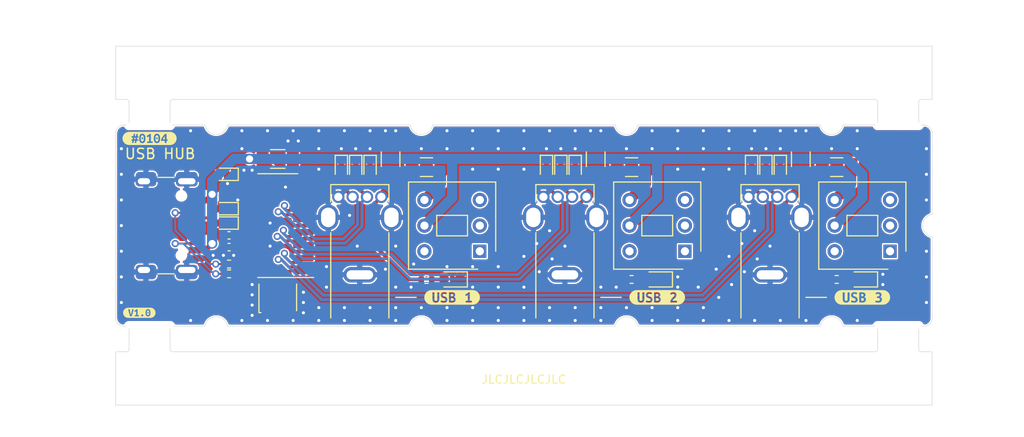
<source format=kicad_pcb>
(kicad_pcb (version 20211014) (generator pcbnew)
  (title_block (title "#0104 USB HUB") (date "2022-10-14") (rev "V1.0") (company "TileParts"))
  (layers (0 "F.Cu" signal) (31 "B.Cu" signal) (34 "B.Paste" user) (35 "F.Paste" user) (36 "B.SilkS" user "B.Silkscreen") (37 "F.SilkS" user "F.Silkscreen") (38 "B.Mask" user) (39 "F.Mask" user) (44 "Edge.Cuts" user))
  (net 0 "")
  (net 3 "Net-(C2-Pad1)")
  (net 4 "Net-(C3-Pad1)")
  (net 5 "Net-(C4-Pad1)")
  (net 6 "Net-(C6-Pad1)")
  (net 7 "Net-(U1-Pad15)")
  (net 8 "Net-(U1-Pad16)")
  (net 23 "GND")
  (net 24 "VBUS")
  (net 25 "Net-(J1-PadA5)")
  (net 26 "/US_D+")
  (net 27 "/US_D-")
  (net 28 "Net-(J1-PadB5)")
  (net 29 "/DS1_D-")
  (net 30 "/DS1_D+")
  (net 31 "/DS2_D-")
  (net 32 "/DS2_D+")
  (net 33 "/DS3_D-")
  (net 34 "/DS3_D+")
  (net 35 "Net-(D4-Pad2)")
  (net 36 "Net-(D5-Pad2)")
  (net 37 "Net-(D6-Pad2)")
  (net 38 "Net-(F1-Pad2)")
  (net 39 "Net-(F2-Pad1)")
  (net 40 "Net-(F3-Pad1)")
  (net 41 "Net-(F2-Pad2)")
  (footprint "LED_SMD:LED_0603_1608Metric" (layer "F.Cu") (at 173 115.25 180)
    (fp_text reference "D6" hide)
    (fp_text value "LED")
  )
  (footprint "Diode_SMD:D_SOD-523" (layer "F.Cu") (at 142.2 104.3 -90)
    (fp_text reference "D11" hide)
    (fp_text value "LESD5Z5.0CT1G")
  )
  (footprint "kibuzzard-6343237B" (layer "F.Cu") (at 133 117)
    (fp_text reference "kibuzzard-6343237B" hide)
    (fp_text value "G***" hide)
  )
  (footprint "Fuse:Fuse_1206_3216Metric" (layer "F.Cu") (at 170.5 104.3 180)
    (fp_text reference "F3" hide)
    (fp_text value "1.5A/3A")
  )
  (footprint "Resistor_SMD:R_0402_1005Metric" (layer "F.Cu") (at 170.5 115.25)
    (fp_text reference "R5" hide)
    (fp_text value "2K")
  )
  (footprint "Diode_SMD:D_SOD-523" (layer "F.Cu") (at 111 109.75 180)
    (fp_text reference "D3" hide)
    (fp_text value "LESD5Z5.0CT1G")
  )
  (footprint "JLC-SMT:SW_Push_DPDT_8.5x8.5mm" (layer "F.Cu") (at 153 110 180)
    (fp_text reference "SW2" hide)
    (fp_text value "SW_Push_DPDT")
  )
  (footprint "kibuzzard-63429E4C" (layer "F.Cu") (at 103.5 101.5)
    (fp_text reference "kibuzzard-63429E4C" hide)
    (fp_text value "G***" hide)
  )
  (footprint "Capacitor_SMD:C_1206_3216Metric" (layer "F.Cu") (at 116 103.5)
    (fp_text reference "C1" hide)
    (fp_text value "10uF")
  )
  (footprint "Package_SO:SOP-16_3.9x9.9mm_P1.27mm" (layer "F.Cu") (at 116 110 180)
    (fp_text reference "U1" hide)
    (fp_text value "SL2.1A")
  )
  (footprint "Resistor_SMD:R_0402_1005Metric" (layer "F.Cu") (at 130.5 115.25)
    (fp_text reference "R3" hide)
    (fp_text value "2K")
  )
  (footprint "Resistor_SMD:R_0402_1005Metric" (layer "F.Cu") (at 150.5 115.25)
    (fp_text reference "R4" hide)
    (fp_text value "2K")
  )
  (footprint "LED_SMD:LED_0603_1608Metric" (layer "F.Cu") (at 153 115.25 180)
    (fp_text reference "D5" hide)
    (fp_text value "LED")
  )
  (footprint "Capacitor_SMD:C_1206_3216Metric" (layer "F.Cu") (at 167 103.525 90)
    (fp_text reference "C6" hide)
    (fp_text value "100uF")
  )
  (footprint "JLC-SMT:JLC_CRAFT_EDGE_3P" (layer "F.Cu") (at 176.5 100.205)
    (fp_text reference "REF**" hide)
    (fp_text value "JLC_CRAFT_EDGE")
  )
  (footprint "Fuse:Fuse_1206_3216Metric" (layer "F.Cu") (at 130.5 104.3)
    (fp_text reference "F1" hide)
    (fp_text value "1.5A/3A")
  )
  (footprint "JLC-SMT:SW_Push_DPDT_8.5x8.5mm" (layer "F.Cu") (at 133 110 180)
    (fp_text reference "SW1" hide)
    (fp_text value "SW_Push_DPDT")
  )
  (footprint "Diode_SMD:D_SOD-523" (layer "F.Cu") (at 111 108.35 180)
    (fp_text reference "D2" hide)
    (fp_text value "LESD5Z5.0CT1G")
  )
  (footprint "kibuzzard-63351CB9" (layer "F.Cu") (at 102.5 118.5)
    (fp_text reference "kibuzzard-63351CB9" hide)
    (fp_text value "G***" hide)
  )
  (footprint "Capacitor_SMD:C_0402_1005Metric" (layer "F.Cu") (at 111.25 110.95 180)
    (fp_text reference "C2" hide)
    (fp_text value "10uF")
  )
  (footprint "JLC-SMT:CKMTW_U-USBAN04P-F005" (layer "F.Cu") (at 124 107.2)
    (fp_text reference "J2" hide)
    (fp_text value "USB_DS")
  )
  (footprint "kibuzzard-6343237F" (layer "F.Cu") (at 153 117)
    (fp_text reference "kibuzzard-6343237F" hide)
    (fp_text value "G***" hide)
  )
  (footprint "Fuse:Fuse_1206_3216Metric" (layer "F.Cu") (at 150.5 104.3 180)
    (fp_text reference "F2" hide)
    (fp_text value "1.5A/3A")
  )
  (footprint "kibuzzard-63432387" (layer "F.Cu") (at 173 117)
    (fp_text reference "kibuzzard-63432387" hide)
    (fp_text value "G***" hide)
  )
  (footprint "Resistor_SMD:R_0402_1005Metric" (layer "F.Cu") (at 111.25 113.75)
    (fp_text reference "R1" hide)
    (fp_text value "5.1K")
  )
  (footprint "Diode_SMD:D_SOD-523" (layer "F.Cu") (at 165 104.3 -90)
    (fp_text reference "D13" hide)
    (fp_text value "LESD5Z5.0CT1G")
  )
  (footprint "Resistor_SMD:R_0402_1005Metric" (layer "F.Cu") (at 111.25 114.7)
    (fp_text reference "R2" hide)
    (fp_text value "5.1K")
  )
  (footprint "Capacitor_SMD:C_0402_1005Metric" (layer "F.Cu") (at 111.25 112.1 180)
    (fp_text reference "C3" hide)
    (fp_text value "10uF")
  )
  (footprint "JLC-SMT:CKMTW_U-USBAN04P-F005" (layer "F.Cu") (at 144 107.2)
    (fp_text reference "J3" hide)
    (fp_text value "USB_DS")
  )
  (footprint "Diode_SMD:D_SOD-523" (layer "F.Cu") (at 143.6 104.3 -90)
    (fp_text reference "D12" hide)
    (fp_text value "LESD5Z5.0CT1G")
  )
  (footprint "Diode_SMD:D_SOD-523" (layer "F.Cu") (at 111 105 180)
    (fp_text reference "D1" hide)
    (fp_text value "LESD5Z5.0CT1G")
  )
  (footprint "JLC-SMT:JLC_CRAFT_EDGE_3P" (layer "F.Cu") (at 103.5 100.205)
    (fp_text reference "REF**" hide)
    (fp_text value "JLC_CRAFT_EDGE")
  )
  (footprint "Diode_SMD:D_SOD-523" (layer "F.Cu") (at 162.2 104.3 -90)
    (fp_text reference "D14" hide)
    (fp_text value "LESD5Z5.0CT1G")
  )
  (footprint "LED_SMD:LED_0603_1608Metric" (layer "F.Cu") (at 133 115.25 180)
    (fp_text reference "D4" hide)
    (fp_text value "LED")
  )
  (footprint "JLC-SMT:JLC_CRAFT_EDGE_3P" (layer "F.Cu") (at 176.5 119.795 180)
    (fp_text reference "REF**" hide)
    (fp_text value "JLC_CRAFT_EDGE")
  )
  (footprint "JLC-SMT:HRO_TYPE-C-31-M-12" (layer "F.Cu") (at 106.6 110 -90)
    (fp_text reference "J1" hide)
    (fp_text value "USB_US")
  )
  (footprint "Diode_SMD:D_SOD-523" (layer "F.Cu") (at 163.6 104.3 -90)
    (fp_text reference "D15" hide)
    (fp_text value "LESD5Z5.0CT1G")
  )
  (footprint "JLC-SMT:SW_Push_DPDT_8.5x8.5mm" (layer "F.Cu") (at 173 110 180)
    (fp_text reference "SW3" hide)
    (fp_text value "SW_Push_DPDT")
  )
  (footprint "Diode_SMD:D_SOD-523" (layer "F.Cu") (at 125 104.3 -90)
    (fp_text reference "D7" hide)
    (fp_text value "LESD5Z5.0CT1G")
  )
  (footprint "Capacitor_SMD:C_1206_3216Metric" (layer "F.Cu") (at 147 103.525 90)
    (fp_text reference "C5" hide)
    (fp_text value "100uF")
  )
  (footprint "JLC-SMT:CKMTW_U-USBAN04P-F005" (layer "F.Cu") (at 164 107.2)
    (fp_text reference "J4" hide)
    (fp_text value "USB_DS")
  )
  (footprint "JLC-SMT:JLC_CRAFT_EDGE_3P" (layer "F.Cu") (at 103.5 119.795 180)
    (fp_text reference "REF**" hide)
    (fp_text value "JLC_CRAFT_EDGE")
  )
  (footprint "Capacitor_SMD:C_1206_3216Metric" (layer "F.Cu") (at 127 103.525 90)
    (fp_text reference "C4" hide)
    (fp_text value "100uF")
  )
  (footprint "JLC-SMT:Oscillator_SMD_3.2x2.5mm" (layer "F.Cu") (at 116 117)
    (fp_text reference "Y1" hide)
    (fp_text value "12MHz")
  )
  (footprint "Diode_SMD:D_SOD-523" (layer "F.Cu") (at 123.6 104.3 -90)
    (fp_text reference "D9" hide)
    (fp_text value "LESD5Z5.0CT1G")
  )
  (footprint "Diode_SMD:D_SOD-523" (layer "F.Cu") (at 145 104.3 -90)
    (fp_text reference "D10" hide)
    (fp_text value "LESD5Z5.0CT1G")
  )
  (footprint "Diode_SMD:D_SOD-523" (layer "F.Cu") (at 122.2 104.3 -90)
    (fp_text reference "D8" hide)
    (fp_text value "LESD5Z5.0CT1G")
  )
  (gr_line (start 149.5 117) (end 147.5 117) (layer "F.SilkS") (width 0.12))
  (gr_line (start 169.5 117) (end 167.5 117) (layer "F.SilkS") (width 0.12))
  (gr_line (start 129.5 117) (end 127.5 117) (layer "F.SilkS") (width 0.12))
  (gr_line (start 108.9 100.2) (end 105.5 100.2) (layer "Edge.Cuts") (width 0.05))
  (gr_line (start 100.2 101) (end 100.2 119) (layer "Edge.Cuts") (width 0.05))
  (gr_line (start 131.1 100.2) (end 148.9 100.2) (layer "Edge.Cuts") (width 0.05))
  (gr_arc (start 131.1 100.2) (mid 130 101.118031) (end 128.900001 100.2) (layer "Edge.Cuts") (width 0.05))
  (gr_arc (start 151.099999 100.2) (mid 150 101.118033) (end 148.900001 100.2) (layer "Edge.Cuts") (width 0.05))
  (gr_line (start 178.5 119.8) (end 179 119.8) (layer "Edge.Cuts") (width 0.05))
  (gr_arc (start 108.900001 119.8) (mid 110 118.881967) (end 111.099999 119.8) (layer "Edge.Cuts") (width 0.05))
  (gr_line (start 178.5 100.2) (end 179 100.2) (layer "Edge.Cuts") (width 0.05))
  (gr_arc (start 101.25 97.7) (mid 101.426778 97.773222) (end 101.5 97.95) (layer "Edge.Cuts") (width 0.05))
  (gr_arc (start 171.099999 100.2) (mid 170 101.118033) (end 168.900001 100.2) (layer "Edge.Cuts") (width 0.05))
  (gr_line (start 178.75 122.3) (end 179.8 122.3) (layer "Edge.Cuts") (width 0.05))
  (gr_arc (start 178.5 97.95) (mid 178.573223 97.773223) (end 178.75 97.7) (layer "Edge.Cuts") (width 0.05))
  (gr_arc (start 100.2 101) (mid 100.434315 100.434315) (end 101 100.2) (layer "Edge.Cuts") (width 0.05))
  (gr_line (start 105.5 97.95) (end 105.5 100.2) (layer "Edge.Cuts") (width 0.05))
  (gr_line (start 179.8 122.3) (end 179.8 127.5) (layer "Edge.Cuts") (width 0.05))
  (gr_line (start 100.2 97.7) (end 100.2 92.5) (layer "Edge.Cuts") (width 0.05))
  (gr_line (start 100.2 122.3) (end 101.25 122.3) (layer "Edge.Cuts") (width 0.05))
  (gr_arc (start 174.25 97.7) (mid 174.426777 97.773223) (end 174.5 97.95) (layer "Edge.Cuts") (width 0.05))
  (gr_line (start 174.5 122.05) (end 174.5 119.8) (layer "Edge.Cuts") (width 0.05))
  (gr_line (start 179.8 97.7) (end 178.75 97.7) (layer "Edge.Cuts") (width 0.05))
  (gr_line (start 101.5 119.8) (end 101.5 122.05) (layer "Edge.Cuts") (width 0.05))
  (gr_line (start 174.5 100.2) (end 174.5 97.95) (layer "Edge.Cuts") (width 0.05))
  (gr_arc (start 148.900001 119.8) (mid 150 118.881967) (end 151.099999 119.8) (layer "Edge.Cuts") (width 0.05))
  (gr_line (start 111.1 100.2) (end 128.9 100.2) (layer "Edge.Cuts") (width 0.05))
  (gr_arc (start 174.5 122.05) (mid 174.426772 122.226772) (end 174.25 122.3) (layer "Edge.Cuts") (width 0.05))
  (gr_arc (start 179.8 119) (mid 179.565685 119.565685) (end 179 119.8) (layer "Edge.Cuts") (width 0.05))
  (gr_line (start 101 100.2) (end 101.5 100.2) (layer "Edge.Cuts") (width 0.05))
  (gr_arc (start 128.900001 119.8) (mid 130 118.881967) (end 131.099999 119.8) (layer "Edge.Cuts") (width 0.05))
  (gr_line (start 151.1 119.8) (end 168.9 119.8) (layer "Edge.Cuts") (width 0.05))
  (gr_line (start 151.1 100.2) (end 168.9 100.2) (layer "Edge.Cuts") (width 0.05))
  (gr_line (start 100.2 127.5) (end 100.2 122.3) (layer "Edge.Cuts") (width 0.05))
  (gr_line (start 171.1 119.8) (end 174.5 119.8) (layer "Edge.Cuts") (width 0.05))
  (gr_line (start 171.1 100.2) (end 174.5 100.2) (layer "Edge.Cuts") (width 0.05))
  (gr_line (start 178.5 100.2) (end 178.5 97.95) (layer "Edge.Cuts") (width 0.05))
  (gr_line (start 105.75 97.7) (end 174.25 97.7) (layer "Edge.Cuts") (width 0.05))
  (gr_line (start 179.8 119) (end 179.8 111.1) (layer "Edge.Cuts") (width 0.05))
  (gr_line (start 179.8 101) (end 179.8 108.9) (layer "Edge.Cuts") (width 0.05))
  (gr_arc (start 179 100.2) (mid 179.565685 100.434315) (end 179.8 101) (layer "Edge.Cuts") (width 0.05))
  (gr_arc (start 101 119.8) (mid 100.434315 119.565685) (end 100.2 119) (layer "Edge.Cuts") (width 0.05))
  (gr_line (start 174.25 122.3) (end 105.75 122.3) (layer "Edge.Cuts") (width 0.05))
  (gr_arc (start 101.5 122.05) (mid 101.426777 122.226777) (end 101.25 122.3) (layer "Edge.Cuts") (width 0.05))
  (gr_arc (start 111.099999 100.2) (mid 110 101.118033) (end 108.900001 100.2) (layer "Edge.Cuts") (width 0.05))
  (gr_arc (start 105.75 122.3) (mid 105.573223 122.226777) (end 105.5 122.05) (layer "Edge.Cuts") (width 0.05))
  (gr_line (start 100.2 92.5) (end 179.8 92.5) (layer "Edge.Cuts") (width 0.05))
  (gr_arc (start 168.900001 119.8) (mid 170 118.881967) (end 171.099999 119.8) (layer "Edge.Cuts") (width 0.05))
  (gr_line (start 101.5 100.2) (end 101.5 97.95) (layer "Edge.Cuts") (width 0.05))
  (gr_line (start 179.8 127.5) (end 100.2 127.5) (layer "Edge.Cuts") (width 0.05))
  (gr_line (start 105.5 119.8) (end 108.9 119.8) (layer "Edge.Cuts") (width 0.05))
  (gr_line (start 101.25 97.7) (end 100.2 97.7) (layer "Edge.Cuts") (width 0.05))
  (gr_arc (start 179.8 111.099999) (mid 178.881967 110) (end 179.8 108.900001) (layer "Edge.Cuts") (width 0.05))
  (gr_arc (start 105.5 97.95) (mid 105.573228 97.773228) (end 105.75 97.7) (layer "Edge.Cuts") (width 0.05))
  (gr_line (start 105.5 119.8) (end 105.5 122.05) (layer "Edge.Cuts") (width 0.05))
  (gr_line (start 178.5 119.8) (end 178.5 122.05) (layer "Edge.Cuts") (width 0.05))
  (gr_line (start 148.9 119.8) (end 131.1 119.8) (layer "Edge.Cuts") (width 0.05))
  (gr_line (start 101 119.8) (end 101.5 119.8) (layer "Edge.Cuts") (width 0.05))
  (gr_line (start 179.8 92.5) (end 179.8 97.7) (layer "Edge.Cuts") (width 0.05))
  (gr_line (start 128.9 119.8) (end 111.1 119.8) (layer "Edge.Cuts") (width 0.05))
  (gr_arc (start 178.75 122.3) (mid 178.573222 122.226778) (end 178.5 122.05) (layer "Edge.Cuts") (width 0.05))
  (gr_text "JLCJLCJLCJLC" (at 140 125) (layer "F.SilkS") (effects (font (size 0.8 0.8) (thickness 0.12))))
  (gr_text "USB HUB" (at 101 103) (layer "F.SilkS") (effects (font (size 1 1)) (justify left)))
  (segment (start 111.73 110.95) (end 113.185 110.95) (width 0.35) (layer "F.Cu") (net 3))
  (segment (start 113.185 110.95) (end 113.5 110.635) (width 0.35) (layer "F.Cu") (net 3))
  (segment (start 111.73 112.1) (end 113.305 112.1) (width 0.35) (layer "F.Cu") (net 4))
  (segment (start 113.305 112.1) (end 113.5 111.905) (width 0.35) (layer "F.Cu") (net 4))
  (segment (start 127 105) (end 128.4 105) (width 1) (layer "F.Cu") (net 5))
  (segment (start 125 108.3) (end 126.1 107.2) (width 0.35) (layer "F.Cu") (net 5))
  (segment (start 128.4 105) (end 129.1 104.3) (width 1) (layer "F.Cu") (net 5))
  (segment (start 129.99 115.25) (end 128.75 115.25) (width 0.35) (layer "F.Cu") (net 5))
  (segment (start 125 105) (end 127 105) (width 0.5) (layer "F.Cu") (net 5))
  (segment (start 127 105) (end 127 106.3) (width 1) (layer "F.Cu") (net 5))
  (segment (start 128.75 115.25) (end 125 111.5) (width 0.35) (layer "F.Cu") (net 5))
  (segment (start 127 106.3) (end 126.1 107.2) (width 1) (layer "F.Cu") (net 5))
  (segment (start 125 111.5) (end 125 108.3) (width 0.35) (layer "F.Cu") (net 5))
  (segment (start 167 106.3) (end 166.1 107.2) (width 1) (layer "F.Cu") (net 6))
  (segment (start 167 105) (end 167 106.3) (width 1) (layer "F.Cu") (net 6))
  (segment (start 165 111.5) (end 165 108.3) (width 0.35) (layer "F.Cu") (net 6))
  (segment (start 167 105) (end 168.4 105) (width 1) (layer "F.Cu") (net 6))
  (segment (start 168.4 105) (end 169.1 104.3) (width 1) (layer "F.Cu") (net 6))
  (segment (start 169.99 115.25) (end 168.75 115.25) (width 0.35) (layer "F.Cu") (net 6))
  (segment (start 168.75 115.25) (end 165 111.5) (width 0.35) (layer "F.Cu") (net 6))
  (segment (start 165 108.3) (end 166.1 107.2) (width 0.35) (layer "F.Cu") (net 6))
  (segment (start 165 105) (end 167 105) (width 0.5) (layer "F.Cu") (net 6))
  (segment (start 114.775 113.175) (end 117.1 115.5) (width 0.2) (layer "F.Cu") (net 7))
  (segment (start 113.5 113.175) (end 114.775 113.175) (width 0.2) (layer "F.Cu") (net 7))
  (segment (start 117.1 116.12) (end 117.1 115.5) (width 0.2) (layer "F.Cu") (net 7))
  (segment (start 115.245 114.445) (end 116 115.2) (width 0.2) (layer "F.Cu") (net 8))
  (segment (start 116 116.78) (end 114.9 117.88) (width 0.2) (layer "F.Cu") (net 8))
  (segment (start 113.5 114.445) (end 115.245 114.445) (width 0.2) (layer "F.Cu") (net 8))
  (segment (start 116 115.2) (end 116 116.78) (width 0.2) (layer "F.Cu") (net 8))
  (via (at 152.5 118) (size 0.5) (drill 0.3) (layers "F.Cu" "B.Cu") (net 23))
  (via (at 127.5 116) (size 0.5) (drill 0.3) (layers "F.Cu" "B.Cu") (net 23))
  (via (at 157.5 104.5) (size 0.5) (drill 0.3) (layers "F.Cu" "B.Cu") (net 23))
  (via (at 122.2 102.5) (size 0.5) (drill 0.3) (layers "F.Cu" "B.Cu") (net 23))
  (via (at 112.1 107.5) (size 0.5) (drill 0.3) (layers "F.Cu" "B.Cu") (net 23))
  (via (at 112.7 104.6) (size 0.5) (drill 0.3) (layers "F.Cu" "B.Cu") (net 23))
  (via (at 165 100.75) (size 0.5) (drill 0.3) (layers "F.Cu" "B.Cu") (net 23))
  (via (at 140 113) (size 0.5) (drill 0.3) (layers "F.Cu" "B.Cu") (net 23))
  (via (at 140 119.25) (size 0.5) (drill 0.3) (layers "F.Cu" "B.Cu") (net 23))
  (via (at 145 100.75) (size 0.5) (drill 0.3) (layers "F.Cu" "B.Cu") (net 23))
  (via (at 137.5 116) (size 0.5) (drill 0.3) (layers "F.Cu" "B.Cu") (net 23))
  (via (at 135 116) (size 0.5) (drill 0.3) (layers "F.Cu" "B.Cu") (net 23))
  (via (at 158.75 114.25) (size 0.5) (drill 0.3) (layers "F.Cu" "B.Cu") (net 23))
  (via (at 175 114.75) (size 0.5) (drill 0.3) (layers "F.Cu" "B.Cu") (net 23))
  (via (at 161.5 114.5) (size 0.5) (drill 0.3) (layers "F.Cu" "B.Cu") (net 23))
  (via (at 129 116) (size 0.5) (drill 0.3) (layers "F.Cu" "B.Cu") (net 23))
  (via (at 166.5 100.75) (size 0.5) (drill 0.3) (layers "F.Cu" "B.Cu") (net 23))
  (via (at 141.5 114.5) (size 0.5) (drill 0.3) (layers "F.Cu" "B.Cu") (net 23))
  (via (at 123.75 112) (size 0.5) (drill 0.3) (layers "F.Cu" "B.Cu") (net 23))
  (via (at 179.25 117.5) (size 0.5) (drill 0.3) (layers "F.Cu" "B.Cu") (net 23))
  (via (at 146.5 100.75) (size 0.5) (drill 0.3) (layers "F.Cu" "B.Cu") (net 23))
  (via (at 135 114) (size 0.5) (drill 0.3) (layers "F.Cu" "B.Cu") (net 23))
  (via (at 142.5 119.25) (size 0.5) (drill 0.3) (layers "F.Cu" "B.Cu") (net 23))
  (via (at 120.75 116) (size 0.5) (drill 0.3) (layers "F.Cu" "B.Cu") (net 23))
  (via (at 122.5 100.75) (size 0.5) (drill 0.3) (layers "F.Cu" "B.Cu") (net 23))
  (via (at 155 116) (size 0.5) (drill 0.3) (layers "F.Cu" "B.Cu") (net 23))
  (via (at 135 104.5) (size 0.5) (drill 0.3) (layers "F.Cu" "B.Cu") (net 23))
  (via (at 127.5 112) (size 0.5) (drill 0.3) (layers "F.Cu" "B.Cu") (net 23))
  (via (at 175 115.75) (size 0.5) (drill 0.3) (layers "F.Cu" "B.Cu") (net 23))
  (via (at 162.5 119.25) (size 0.5) (drill 0.3) (layers "F.Cu" "B.Cu") (net 23))
  (via (at 147.5 119.25) (size 0.5) (drill 0.3) (layers "F.Cu" "B.Cu") (net 23))
  (via (at 122.5 119.25) (size 0.5) (drill 0.3) (layers "F.Cu" "B.Cu") (net 23))
  (via (at 110.7 112.9) (size 0.5) (drill 0.3) (layers "F.Cu" "B.Cu") (net 23))
  (via (at 150 118) (size 0.5) (drill 0.3) (layers "F.Cu" "B.Cu") (net 23))
  (via (at 157 116) (size 0.5) (drill 0.3) (layers "F.Cu" "B.Cu") (net 23))
  (via (at 167.5 119.25) (size 0.5) (drill 0.3) (layers "F.Cu" "B.Cu") (net 23))
  (via (at 162.5 110.5) (size 0.5) (drill 0.3) (layers "F.Cu" "B.Cu") (net 23))
  (via (at 115.25 109.75) (size 0.5) (drill 0.3) (layers "F.Cu" "B.Cu") (net 23))
  (via (at 125 118) (size 0.5) (drill 0.3) (layers "F.Cu" "B.Cu") (net 23))
  (via (at 170 102.5) (size 0.5) (drill 0.3) (layers "F.Cu" "B.Cu") (net 23))
  (via (at 147.5 100.75) (size 0.5) (drill 0.3) (layers "F.Cu" "B.Cu") (net 23))
  (via (at 112.5 102.5) (size 0.5) (drill 0.3) (layers "F.Cu" "B.Cu") (net 23))
  (via (at 160 113) (size 0.5) (drill 0.3) (layers "F.Cu" "B.Cu") (net 23))
  (via (at 127.5 100.75) (size 0.5) (drill 0.3) (layers "F.Cu" "B.Cu") (net 23))
  (via (at 160 102.5) (size 0.5) (drill 0.3) (layers "F.Cu" "B.Cu") (net 23))
  (via (at 165 102.5) (size 0.5) (drill 0.3) (layers "F.Cu" "B.Cu") (net 23))
  (via (at 142.75 113.25) (size 0.5) (drill 0.3) (layers "F.Cu" "B.Cu") (net 23))
  (via (at 142.5 100.75) (size 0.5) (drill 0.3) (layers "F.Cu" "B.Cu") (net 23))
  (via (at 142.5 118) (size 0.5) (drill 0.3) (layers "F.Cu" "B.Cu") (net 23))
  (via (at 140 118) (size 0.5) (drill 0.3) (layers "F.Cu" "B.Cu") (net 23))
  (via (at 167.5 100.75) (size 0.5) (drill 0.3) (layers "F.Cu" "B.Cu") (net 23))
  (via (at 100.75 110) (size 0.5) (drill 0.3) (layers "F.Cu" "B.Cu") (net 23))
  (via (at 152.5 100.75) (size 0.5) (drill 0.3) (layers "F.Cu" "B.Cu") (net 23))
  (via (at 140 102.5) (size 0.5) (drill 0.3) (layers "F.Cu" "B.Cu") (net 23))
  (via (at 159 117) (size 0.5) (drill 0.3) (layers "F.Cu" "B.Cu") (net 23))
  (via (at 145 102.5) (size 0.5) (drill 0.3) (layers "F.Cu" "B.Cu") (net 23))
  (via (at 120 118) (size 0.5) (drill 0.3) (layers "F.Cu" "B.Cu") (net 23))
  (via (at 179.25 115) (size 0.5) (drill 0.3) (layers "F.Cu" "B.Cu") (net 23))
  (via (at 135 102.5) (size 0.5) (drill 0.3) (layers "F.Cu" "B.Cu") (net 23))
  (via (at 137.5 114) (size 0.5) (drill 0.3) (layers "F.Cu" "B.Cu") (net 23))
  (via (at 142.2 102.5) (size 0.5) (drill 0.3) (layers "F.Cu" "B.Cu") (net 23))
  (via (at 157.5 119.25) (size 0.5) (drill 0.3) (layers "F.Cu" "B.Cu") (net 23))
  (via (at 137.5 104.5) (size 0.5) (drill 0.3) (layers "F.Cu" "B.Cu") (net 23))
  (via (at 115.25 112) (size 0.5) (drill 0.3) (layers "F.Cu" "B.Cu") (net 23))
  (via (at 113.5 104.6) (size 0.5) (drill 0.3) (layers "F.Cu" "B.Cu") (net 23))
  (via (at 142.5 110.5) (size 0.5) (drill 0.3) (layers "F.Cu" "B.Cu") (net 23))
  (via (at 125 119.25) (size 0.5) (drill 0.3) (layers "F.Cu" "B.Cu") (net 23))
  (via (at 157.5 100.75) (size 0.5) (drill 0.3) (layers "F.Cu" "B.Cu") (net 23))
  (via (at 100.75 105) (size 0.5) (drill 0.3) (layers "F.Cu" "B.Cu") (net 23))
  (via (at 122.5 118) (size 0.5) (drill 0.3) (layers "F.Cu" "B.Cu") (net 23))
  (via (at 117.5 100.75) (size 0.5) (drill 0.3) (layers "F.Cu" "B.Cu") (net 23))
  (via (at 116.75 106.25) (size 0.5) (drill 0.3) (layers "F.Cu" "B.Cu") (net 23))
  (via (at 155 115) (size 0.5) (drill 0.3) (layers "F.Cu" "B.Cu") (net 23))
  (via (at 162.2 102.5) (size 0.5) (drill 0.3) (layers "F.Cu" "B.Cu") (net 23))
  (via (at 152.5 102.5) (size 0.5) (drill 0.3) (layers "F.Cu" "B.Cu") (net 23))
  (via (at 164 112) (size 0.5) (drill 0.3) (layers "F.Cu" "B.Cu") (net 23))
  (via (at 100.75 102.5) (size 0.5) (drill 0.3) (layers "F.Cu" "B.Cu") (net 23))
  (via (at 137.5 119.25) (size 0.5) (drill 0.3) (layers "F.Cu" "B.Cu") (net 23))
  (via (at 179.25 112.5) (size 0.5) (drill 0.3) (layers "F.Cu" "B.Cu") (net 23))
  (via (at 100.75 112.5) (size 0.5) (drill 0.3) (layers "F.Cu" "B.Cu") (net 23))
  (via (at 155 104.5) (size 0.5) (drill 0.3) (layers "F.Cu" "B.Cu") (net 23))
  (via (at 126.5 100.75) (size 0.5) (drill 0.3) (layers "F.Cu" "B.Cu") (net 23))
  (via (at 160 104.5) (size 0.5) (drill 0.3) (layers "F.Cu" "B.Cu") (net 23))
  (via (at 117.5 119.25) (size 0.5) (drill 0.3) (layers "F.Cu" "B.Cu") (net 23))
  (via (at 127.5 119.25) (size 0.5) (drill 0.3) (layers "F.Cu" "B.Cu") (net 23))
  (via (at 109.7 112.9) (size 0.5) (drill 0.3) (layers "F.Cu" "B.Cu") (net 23))
  (via (at 129.25 113.75) (size 0.5) (drill 0.3) (layers "F.Cu" "B.Cu") (net 23))
  (via (at 161.25 111.75) (size 0.5) (drill 0.3) (layers "F.Cu" "B.Cu") (net 23))
  (via (at 120 104.5) (size 0.5) (drill 0.3) (layers "F.Cu" "B.Cu") (net 23))
  (via (at 132.5 119.25) (size 0.5) (drill 0.3) (layers "F.Cu" "B.Cu") (net 23))
  (via (at 140 100.75) (size 0.5) (drill 0.3) (layers "F.Cu" "B.Cu") (net 23))
  (via (at 179.25 105) (size 0.5) (drill 0.3) (layers "F.Cu" "B.Cu") (net 23))
  (via (at 123 109) (size 0.5) (drill 0.3) (layers "F.Cu" "B.Cu") (net 23))
  (via (at 179.25 107.5) (size 0.5) (drill 0.3) (layers "F.Cu" "B.Cu") (net 23))
  (via (at 143.6 102.5) (size 0.5) (drill 0.3) (layers "F.Cu" "B.Cu") (net 23))
  (via (at 123.6 102.5) (size 0.5) (drill 0.3) (layers "F.Cu" "B.Cu") (net 23))
  (via (at 147.5 118) (size 0.5) (drill 0.3) (layers "F.Cu" "B.Cu") (net 23))
  (via (at 155 118) (size 0.5) (drill 0.3) (layers "F.Cu" "B.Cu") (net 23))
  (via (at 137.5 118) (size 0.5) (drill 0.3) (layers "F.Cu" "B.Cu") (net 23))
  (via (at 120 119.25) (size 0.5) (drill 0.3) (layers "F.Cu" "B.Cu") (net 23))
  (via (at 145 119.25) (size 0.5) (drill 0.3) (layers "F.Cu" "B.Cu") (net 23))
  (via (at 100.75 107.5) (size 0.5) (drill 0.3) (layers "F.Cu" "B.Cu") (net 23))
  (via (at 125 102.5) (size 0.5) (drill 0.3) (layers "F.Cu" "B.Cu") (net 23))
  (via (at 113.5 116.75) (size 0.5) (drill 0.3) (layers "F.Cu" "B.Cu") (net 23))
  (via (at 155 100.75) (size 0.5) (drill 0.3) (layers "F.Cu" "B.Cu") (net 23))
  (via (at 157.5 118) (size 0.5) (drill 0.3) (layers "F.Cu" "B.Cu") (net 23))
  (via (at 145 118) (size 0.5) (drill 0.3) (layers "F.Cu" "B.Cu") (net 23))
  (via (at 147.5 116) (size 0.5) (drill 0.3) (layers "F.Cu" "B.Cu") (net 23))
  (via (at 144 112) (size 0.5) (drill 0.3) (layers "F.Cu" "B.Cu") (net 23))
  (via (at 127.5 118) (size 0.5) (drill 0.3) (layers "F.Cu" "B.Cu") (net 23))
  (via (at 163.6 102.5) (size 0.5) (drill 0.3) (layers "F.Cu" "B.Cu") (net 23))
  (via (at 149 116) (size 0.5) (drill 0.3) (layers "F.Cu" "B.Cu") (net 23))
  (via (at 112.5 100.75) (size 0.5) (drill 0.3) (layers "F.Cu" "B.Cu") (net 23))
  (via (at 130 102.5) (size 0.5) (drill 0.3) (layers "F.Cu" "B.Cu") (net 23))
  (via (at 132.5 100.75) (size 0.5) (drill 0.3) (layers "F.Cu" "B.Cu") (net 23))
  (via (at 141.25 111.75) (size 0.5) (drill 0.3) (layers "F.Cu" "B.Cu") (net 23))
  (via (at 140 116) (size 0.5) (drill 0.3) (layers "F.Cu" "B.Cu") (net 23))
  (via (at 160 100.75) (size 0.5) (drill 0.3) (layers "F.Cu" "B.Cu") (net 23))
  (via (at 157.5 102.5) (size 0.5) (drill 0.3) (layers "F.Cu" "B.Cu") (net 23))
  (via (at 132.5 114) (size 0.5) (drill 0.3) (layers "F.Cu" "B.Cu") (net 23))
  (via (at 100.75 115) (size 0.5) (drill 0.3) (layers "F.Cu" "B.Cu") (net 23))
  (via (at 100.75 117.5) (size 0.5) (drill 0.3) (layers "F.Cu" "B.Cu") (net 23))
  (via (at 120 102.5) (size 0.5) (drill 0.3) (layers "F.Cu" "B.Cu") (net 23))
  (via (at 155 119.25) (size 0.5) (drill 0.3) (layers "F.Cu" "B.Cu") (net 23))
  (via (at 160 119.25) (size 0.5) (drill 0.3) (layers "F.Cu" "B.Cu") (net 23))
  (via (at 118 101.75) (size 0.5) (drill 0.3) (layers "F.Cu" "B.Cu") (net 23))
  (via (at 107.5 119.25) (size 0.5) (drill 0.3) (layers "F.Cu" "B.Cu") (net 23))
  (via (at 172.5 100.75) (size 0.5) (drill 0.3) (layers "F.Cu" "B.Cu") (net 23))
  (via (at 107.5 100.75) (size 0.5) (drill 0.3) (layers "F.Cu" "B.Cu") (net 23))
  (via (at 179.25 102.5) (size 0.5) (drill 0.3) (layers "F.Cu" "B.Cu") (net 23))
  (via (at 115 100.75) (size 0.5) (drill 0.3) (layers "F.Cu" "B.Cu") (net 23))
  (via (at 155 102.5) (size 0.5) (drill 0.3) (layers "F.Cu" "B.Cu") (net 23))
  (via (at 113.5 117.75) (size 0.5) (drill 0.3) (layers "F.Cu" "B.Cu") (net 23))
  (via (at 150 102.5) (size 0.5) (drill 0.3) (layers "F.Cu" "B.Cu") (net 23))
  (via (at 126.5 114.25) (size 0.5) (drill 0.3) (layers "F.Cu" "B.Cu") (net 23))
  (via (at 152.5 119.25) (size 0.5) (drill 0.3) (layers "F.Cu" "B.Cu") (net 23))
  (via (at 111.1 105.9) (size 0.5) (drill 0.3) (layers "F.Cu" "B.Cu") (net 23))
  (via (at 118.5 117.5) (size 0.5) (drill 0.3) (layers "F.Cu" "B.Cu") (net 23))
  (via (at 132.5 118) (size 0.5) (drill 0.3) (layers "F.Cu" "B.Cu") (net 23))
  (via (at 117 101.75) (size 0.5) (drill 0.3) (layers "F.Cu" "B.Cu") (net 23))
  (via (at 135 119.25) (size 0.5) (drill 0.3) (layers "F.Cu" "B.Cu") (net 23))
  (via (at 132.5 102.5) (size 0.5) (drill 0.3) (layers "F.Cu" "B.Cu") (net 23))
  (via (at 140 104.5) (size 0.5) (drill 0.3) (layers "F.Cu" "B.Cu") (net 23))
  (via (at 112.5 119.25) (size 0.5) (drill 0.3) (layers "F.Cu" "B.Cu") (net 23))
  (via (at 130 118) (size 0.5) (drill 0.3) (layers "F.Cu" "B.Cu") (net 23))
  (via (at 120 100.75) (size 0.5) (drill 0.3) (layers "F.Cu" "B.Cu") (net 23))
  (via (at 113.5 118.75) (size 0.5) (drill 0.3) (layers "F.Cu" "B.Cu") (net 23))
  (via (at 120.75 114) (size 0.5) (drill 0.3) (layers "F.Cu" "B.Cu") (net 23))
  (via (at 172.5 102.5) (size 0.5) (drill 0.3) (layers "F.Cu" "B.Cu") (net 23))
  (via (at 135 100.75) (size 0.5) (drill 0.3) (layers "F.Cu" "B.Cu") (net 23))
  (via (at 115 119.25) (size 0.5) (drill 0.3) (layers "F.Cu" "B.Cu") (net 23))
  (via (at 172.5 119.25) (size 0.5) (drill 0.3) (layers "F.Cu" "B.Cu") (net 23))
  (via (at 137.5 100.75) (size 0.5) (drill 0.3) (layers "F.Cu" "B.Cu") (net 23))
  (via (at 162.75 113.25) (size 0.5) (drill 0.3) (layers "F.Cu" "B.Cu") (net 23))
  (via (at 113.5 115.75) (size 0.5) (drill 0.3) (layers "F.Cu" "B.Cu") (net 23))
  (via (at 160.25 115.75) (size 0.5) (drill 0.3) (layers "F.Cu" "B.Cu") (net 23))
  (via (at 118.5 118.5) (size 0.5) (drill 0.3) (layers "F.Cu" "B.Cu") (net 23))
  (via (at 162.5 100.75) (size 0.5) (drill 0.3) (layers "F.Cu" "B.Cu") (net 23))
  (via (at 137.5 102.5) (size 0.5) (drill 0.3) (layers "F.Cu" "B.Cu") (net 23))
  (via (at 125 100.75) (size 0.5) (drill 0.3) (layers "F.Cu" "B.Cu") (net 23))
  (via (at 135 118) (size 0.5) (drill 0.3) (layers "F.Cu" "B.Cu") (net 23))
  (via (at 111.7 112.9) (size 0.5) (drill 0.3) (layers "F.Cu" "B.Cu") (net 23))
  (via (at 118.5 116.5) (size 0.5) (drill 0.3) (layers "F.Cu" "B.Cu") (net 23))
  (via (at 165 119.25) (size 0.5) (drill 0.3) (layers "F.Cu" "B.Cu") (net 23))
  (segment (start 110.3 105) (end 110.3 106.25) (width 0.5) (layer "F.Cu") (net 24))
  (segment (start 108.045 107.6) (end 108.95 107.6) (width 0.5) (layer "F.Cu") (net 24))
  (segment (start 113.5 108.095) (end 114.905 108.095) (width 0.5) (layer "F.Cu") (net 24))
  (segment (start 114.905 108.095) (end 115.5 107.5) (width 0.5) (layer "F.Cu") (net 24))
  (segment (start 114.525 103.5) (end 115.5 104.475) (width 0.5) (layer "F.Cu") (net 24))
  (segment (start 108.95 112.4) (end 109.6 111.75) (width 0.5) (layer "F.Cu") (net 24))
  (segment (start 114.525 103.5) (end 113.25 103.5) (width 0.5) (layer "F.Cu") (net 24))
  (segment (start 108.045 112.4) (end 108.95 112.4) (width 0.5) (layer "F.Cu") (net 24))
  (segment (start 110.3 106.25) (end 109.6 106.95) (width 0.5) (layer "F.Cu") (net 24))
  (segment (start 108.95 107.6) (end 109.6 106.95) (width 0.5) (layer "F.Cu") (net 24))
  (segment (start 115.5 104.475) (end 115.5 107.5) (width 0.5) (layer "F.Cu") (net 24))
  (via (at 113.25 103.5) (size 1) (drill 0.7) (layers "F.Cu" "B.Cu") (net 24))
  (via (at 109.6 111.75) (size 1) (drill 0.7) (layers "F.Cu" "B.Cu") (net 24))
  (via (at 109.6 106.95) (size 1) (drill 0.7) (layers "F.Cu" "B.Cu") (net 24))
  (segment (start 112.75 103.5) (end 133 103.5) (width 1) (layer "B.Cu") (net 24))
  (segment (start 109.6 106.95) (end 109.6 105.625) (width 1) (layer "B.Cu") (net 24))
  (segment (start 130.3 110) (end 133 107.3) (width 1) (layer "B.Cu") (net 24))
  (segment (start 153 103.5) (end 171.5 103.5) (width 1) (layer "B.Cu") (net 24))
  (segment (start 153 107.3) (end 153 103.5) (width 1) (layer "B.Cu") (net 24))
  (segment (start 173 105) (end 173 107.3) (width 1) (layer "B.Cu") (net 24))
  (segment (start 173 107.3) (end 170.3 110) (width 1) (layer "B.Cu") (net 24))
  (segment (start 111.725 103.5) (end 112.75 103.5) (width 1) (layer "B.Cu") (net 24))
  (segment (start 133 103.5) (end 153 103.5) (width 1) (layer "B.Cu") (net 24))
  (segment (start 133 107.3) (end 133 103.5) (width 1) (layer "B.Cu") (net 24))
  (segment (start 109.6 106.95) (end 109.6 111.75) (width 1) (layer "B.Cu") (net 24))
  (segment (start 171.5 103.5) (end 173 105) (width 1) (layer "B.Cu") (net 24))
  (segment (start 150.3 110) (end 153 107.3) (width 1) (layer "B.Cu") (net 24))
  (segment (start 111.725 103.5) (end 109.6 105.625) (width 1) (layer "B.Cu") (net 24))
  (segment (start 110.74 113.75) (end 109.95 113.75) (width 0.2) (layer "F.Cu") (net 25))
  (segment (start 108.045 108.75) (end 106 108.75) (width 0.2) (layer "F.Cu") (net 25))
  (via (at 106 108.75) (size 0.7) (drill 0.4) (layers "F.Cu" "B.Cu") (net 25))
  (via (at 109.95 113.75) (size 0.7) (drill 0.4) (layers "F.Cu" "B.Cu") (net 25))
  (segment (start 109.95 113.75) (end 109.289339 113.75) (width 0.2) (layer "B.Cu") (net 25))
  (segment (start 109.289339 113.75) (end 106 110.460661) (width 0.2) (layer "B.Cu") (net 25))
  (segment (start 106 108.75) (end 106 110.460661) (width 0.2) (layer "B.Cu") (net 25))
  (segment (start 110.89 107.757934) (end 112.242934 106.405) (width 0.28) (layer "F.Cu") (net 26))
  (segment (start 109.1 110.7) (end 109.1 109.75) (width 0.28) (layer "F.Cu") (net 26))
  (segment (start 112.242934 106.405) (end 113.08 106.405) (width 0.28) (layer "F.Cu") (net 26))
  (segment (start 108.045 110.75) (end 109.05 110.75) (width 0.28) (layer "F.Cu") (net 26))
  (segment (start 110.3 109.75) (end 110.89 109.16) (width 0.28) (layer "F.Cu") (net 26))
  (segment (start 108.045 109.75) (end 109.1 109.75) (width 0.28) (layer "F.Cu") (net 26))
  (segment (start 110.89 109.16) (end 110.89 107.757934) (width 0.28) (layer "F.Cu") (net 26))
  (segment (start 109.1 109.75) (end 110.3 109.75) (width 0.28) (layer "F.Cu") (net 26))
  (segment (start 109.05 110.75) (end 109.1 110.7) (width 0.28) (layer "F.Cu") (net 26))
  (segment (start 113.08 106.405) (end 113.5 106.825) (width 0.28) (layer "F.Cu") (net 26))
  (segment (start 113.08 105.975) (end 112.064822 105.975) (width 0.28) (layer "F.Cu") (net 27))
  (segment (start 110.3 107.739822) (end 110.3 108.35) (width 0.28) (layer "F.Cu") (net 27))
  (segment (start 108.045 109.25) (end 107.04 109.25) (width 0.28) (layer "F.Cu") (net 27))
  (segment (start 108.045 110.25) (end 107.04 110.25) (width 0.28) (layer "F.Cu") (net 27))
  (segment (start 109.4 109.25) (end 110.3 108.35) (width 0.28) (layer "F.Cu") (net 27))
  (segment (start 107 110.21) (end 107 109.29) (width 0.28) (layer "F.Cu") (net 27))
  (segment (start 107.04 109.25) (end 107 109.29) (width 0.28) (layer "F.Cu") (net 27))
  (segment (start 108.045 109.25) (end 109.4 109.25) (width 0.28) (layer "F.Cu") (net 27))
  (segment (start 107.04 110.25) (end 107 110.21) (width 0.28) (layer "F.Cu") (net 27))
  (segment (start 113.5 105.555) (end 113.08 105.975) (width 0.28) (layer "F.Cu") (net 27))
  (segment (start 112.064822 105.975) (end 110.3 107.739822) (width 0.28) (layer "F.Cu") (net 27))
  (segment (start 110.74 114.7) (end 109.95 114.7) (width 0.2) (layer "F.Cu") (net 28))
  (segment (start 108.045 111.75) (end 106 111.75) (width 0.2) (layer "F.Cu") (net 28))
  (via (at 109.95 114.7) (size 0.7) (drill 0.4) (layers "F.Cu" "B.Cu") (net 28))
  (via (at 106 111.75) (size 0.7) (drill 0.4) (layers "F.Cu" "B.Cu") (net 28))
  (segment (start 109.95 114.7) (end 109.744365 114.7) (width 0.2) (layer "B.Cu") (net 28))
  (segment (start 109.744365 114.7) (end 106.794365 111.75) (width 0.2) (layer "B.Cu") (net 28))
  (segment (start 106.794365 111.75) (end 106 111.75) (width 0.2) (layer "B.Cu") (net 28))
  (segment (start 123.6 106.1) (end 124.7 107.2) (width 0.35) (layer "F.Cu") (net 29))
  (segment (start 118.08 108.945) (end 116.640944 108.945) (width 0.28) (layer "F.Cu") (net 29))
  (segment (start 116.346465 108.650521) (end 116.049479 108.650521) (width 0.28) (layer "F.Cu") (net 29))
  (segment (start 118.5 109.365) (end 118.08 108.945) (width 0.28) (layer "F.Cu") (net 29))
  (segment (start 123.6 105) (end 123.6 106.1) (width 0.35) (layer "F.Cu") (net 29))
  (segment (start 116.640944 108.945) (end 116.346465 108.650521) (width 0.28) (layer "F.Cu") (net 29))
  (via (at 116.049479 108.650521) (size 0.7) (drill 0.4) (layers "F.Cu" "B.Cu") (net 29))
  (segment (start 122.589056 111.715) (end 124.215 110.089056) (width 0.28) (layer "B.Cu") (net 29))
  (segment (start 116.049479 108.650521) (end 116.346465 108.650521) (width 0.28) (layer "B.Cu") (net 29))
  (segment (start 119.410944 111.715) (end 122.589056 111.715) (width 0.28) (layer "B.Cu") (net 29))
  (segment (start 124.215 107.685) (end 124.7 107.2) (width 0.28) (layer "B.Cu") (net 29))
  (segment (start 116.346465 108.650521) (end 119.410944 111.715) (width 0.28) (layer "B.Cu") (net 29))
  (segment (start 124.215 110.089056) (end 124.215 107.685) (width 0.28) (layer "B.Cu") (net 29))
  (segment (start 116.650521 108.346465) (end 116.650521 108.049479) (width 0.28) (layer "F.Cu") (net 30))
  (segment (start 118.5 108.095) (end 118.08 108.515) (width 0.28) (layer "F.Cu") (net 30))
  (segment (start 118.08 108.515) (end 116.819056 108.515) (width 0.28) (layer "F.Cu") (net 30))
  (segment (start 116.819056 108.515) (end 116.650521 108.346465) (width 0.28) (layer "F.Cu") (net 30))
  (segment (start 122.2 105) (end 122.2 106.1) (width 0.35) (layer "F.Cu") (net 30))
  (segment (start 122.2 106.1) (end 123.3 107.2) (width 0.35) (layer "F.Cu") (net 30))
  (via (at 116.650521 108.049479) (size 0.7) (drill 0.4) (layers "F.Cu" "B.Cu") (net 30))
  (segment (start 123.785 109.910944) (end 123.785 107.685) (width 0.28) (layer "B.Cu") (net 30))
  (segment (start 116.650521 108.049479) (end 116.650521 108.346465) (width 0.28) (layer "B.Cu") (net 30))
  (segment (start 116.650521 108.346465) (end 119.589056 111.285) (width 0.28) (layer "B.Cu") (net 30))
  (segment (start 119.589056 111.285) (end 122.410944 111.285) (width 0.28) (layer "B.Cu") (net 30))
  (segment (start 122.410944 111.285) (end 123.785 109.910944) (width 0.28) (layer "B.Cu") (net 30))
  (segment (start 123.785 107.685) (end 123.3 107.2) (width 0.28) (layer "B.Cu") (net 30))
  (segment (start 116.246465 111.050521) (end 115.949479 111.050521) (width 0.28) (layer "F.Cu") (net 31))
  (segment (start 143.6 105) (end 143.6 106.1) (width 0.35) (layer "F.Cu") (net 31))
  (segment (start 116.680944 111.485) (end 116.246465 111.050521) (width 0.28) (layer "F.Cu") (net 31))
  (segment (start 143.6 106.1) (end 144.7 107.2) (width 0.35) (layer "F.Cu") (net 31))
  (segment (start 118.5 111.905) (end 118.08 111.485) (width 0.28) (layer "F.Cu") (net 31))
  (segment (start 118.08 111.485) (end 116.680944 111.485) (width 0.28) (layer "F.Cu") (net 31))
  (via (at 115.949479 111.050521) (size 0.7) (drill 0.4) (layers "F.Cu" "B.Cu") (net 31))
  (segment (start 126.910944 113.215) (end 128.910944 115.215) (width 0.28) (layer "B.Cu") (net 31))
  (segment (start 118.410944 113.215) (end 126.910944 113.215) (width 0.28) (layer "B.Cu") (net 31))
  (segment (start 115.949479 111.050521) (end 116.246465 111.050521) (width 0.28) (layer "B.Cu") (net 31))
  (segment (start 116.246465 111.050521) (end 118.410944 113.215) (width 0.28) (layer "B.Cu") (net 31))
  (segment (start 139.589056 115.215) (end 144.215 110.589056) (width 0.28) (layer "B.Cu") (net 31))
  (segment (start 144.215 110.589056) (end 144.215 107.685) (width 0.28) (layer "B.Cu") (net 31))
  (segment (start 128.910944 115.215) (end 139.589056 115.215) (width 0.28) (layer "B.Cu") (net 31))
  (segment (start 144.215 107.685) (end 144.7 107.2) (width 0.28) (layer "B.Cu") (net 31))
  (segment (start 118.5 110.635) (end 118.08 111.055) (width 0.28) (layer "F.Cu") (net 32))
  (segment (start 118.08 111.055) (end 116.859056 111.055) (width 0.28) (layer "F.Cu") (net 32))
  (segment (start 116.859056 111.055) (end 116.550521 110.746465) (width 0.28) (layer "F.Cu") (net 32))
  (segment (start 116.550521 110.746465) (end 116.550521 110.449479) (width 0.28) (layer "F.Cu") (net 32))
  (segment (start 142.2 105) (end 142.2 106.1) (width 0.35) (layer "F.Cu") (net 32))
  (segment (start 142.2 106.1) (end 143.3 107.2) (width 0.35) (layer "F.Cu") (net 32))
  (via (at 116.550521 110.449479) (size 0.7) (drill 0.4) (layers "F.Cu" "B.Cu") (net 32))
  (segment (start 143.785 110.410944) (end 143.785 107.685) (width 0.28) (layer "B.Cu") (net 32))
  (segment (start 143.785 107.685) (end 143.3 107.2) (width 0.28) (layer "B.Cu") (net 32))
  (segment (start 127.089056 112.785) (end 129.089056 114.785) (width 0.28) (layer "B.Cu") (net 32))
  (segment (start 129.089056 114.785) (end 139.410944 114.785) (width 0.28) (layer "B.Cu") (net 32))
  (segment (start 139.410944 114.785) (end 143.785 110.410944) (width 0.28) (layer "B.Cu") (net 32))
  (segment (start 118.589056 112.785) (end 127.089056 112.785) (width 0.28) (layer "B.Cu") (net 32))
  (segment (start 116.550521 110.746465) (end 118.589056 112.785) (width 0.28) (layer "B.Cu") (net 32))
  (segment (start 116.550521 110.449479) (end 116.550521 110.746465) (width 0.28) (layer "B.Cu") (net 32))
  (segment (start 116.346465 113.300521) (end 116.049479 113.300521) (width 0.28) (layer "F.Cu") (net 33))
  (segment (start 163.6 106.1) (end 164.7 107.2) (width 0.35) (layer "F.Cu") (net 33))
  (segment (start 117.070944 114.025) (end 116.346465 113.300521) (width 0.28) (layer "F.Cu") (net 33))
  (segment (start 118.08 114.025) (end 117.070944 114.025) (width 0.28) (layer "F.Cu") (net 33))
  (segment (start 118.5 114.445) (end 118.08 114.025) (width 0.28) (layer "F.Cu") (net 33))
  (segment (start 163.6 105) (end 163.6 106.1) (width 0.35) (layer "F.Cu") (net 33))
  (via (at 116.049479 113.300521) (size 0.7) (drill 0.4) (layers "F.Cu" "B.Cu") (net 33))
  (segment (start 164.215 110.589056) (end 164.215 107.685) (width 0.28) (layer "B.Cu") (net 33))
  (segment (start 120.260944 117.215) (end 157.589056 117.215) (width 0.28) (layer "B.Cu") (net 33))
  (segment (start 164.215 107.685) (end 164.7 107.2) (width 0.28) (layer "B.Cu") (net 33))
  (segment (start 116.049479 113.300521) (end 116.346465 113.300521) (width 0.28) (layer "B.Cu") (net 33))
  (segment (start 157.589056 117.215) (end 164.215 110.589056) (width 0.28) (layer "B.Cu") (net 33))
  (segment (start 116.346465 113.300521) (end 120.260944 117.215) (width 0.28) (layer "B.Cu") (net 33))
  (segment (start 117.249056 113.595) (end 116.650521 112.996465) (width 0.28) (layer "F.Cu") (net 34))
  (segment (start 118.5 113.175) (end 118.08 113.595) (width 0.28) (layer "F.Cu") (net 34))
  (segment (start 162.2 106.1) (end 163.3 107.2) (width 0.35) (layer "F.Cu") (net 34))
  (segment (start 118.08 113.595) (end 117.249056 113.595) (width 0.28) (layer "F.Cu") (net 34))
  (segment (start 116.650521 112.996465) (end 116.650521 112.699479) (width 0.28) (layer "F.Cu") (net 34))
  (segment (start 162.2 105) (end 162.2 106.1) (width 0.35) (layer "F.Cu") (net 34))
  (via (at 116.650521 112.699479) (size 0.7) (drill 0.4) (layers "F.Cu" "B.Cu") (net 34))
  (segment (start 163.785 110.410944) (end 163.785 107.685) (width 0.28) (layer "B.Cu") (net 34))
  (segment (start 163.785 107.685) (end 163.3 107.2) (width 0.28) (layer "B.Cu") (net 34))
  (segment (start 120.439056 116.785) (end 157.410944 116.785) (width 0.28) (layer "B.Cu") (net 34))
  (segment (start 116.650521 112.699479) (end 116.650521 112.996465) (width 0.28) (layer "B.Cu") (net 34))
  (segment (start 116.650521 112.996465) (end 120.439056 116.785) (width 0.28) (layer "B.Cu") (net 34))
  (segment (start 157.410944 116.785) (end 163.785 110.410944) (width 0.28) (layer "B.Cu") (net 34))
  (segment (start 132.2125 115.25) (end 131.01 115.25) (width 0.35) (layer "F.Cu") (net 35))
  (segment (start 152.2125 115.25) (end 151.01 115.25) (width 0.35) (layer "F.Cu") (net 36))
  (segment (start 171.01 115.25) (end 172.2125 115.25) (width 0.35) (layer "F.Cu") (net 37))
  (segment (start 131.9 105.9) (end 130.3 107.5) (width 1) (layer "F.Cu") (net 38))
  (segment (start 131.9 104.3) (end 131.9 105.9) (width 1) (layer "F.Cu") (net 38))
  (segment (start 151.9 104.3) (end 151.9 105.9) (width 1) (layer "F.Cu") (net 39))
  (segment (start 151.9 105.9) (end 150.3 107.5) (width 1) (layer "F.Cu") (net 39))
  (segment (start 171.9 104.3) (end 171.9 105.9) (width 1) (layer "F.Cu") (net 40))
  (segment (start 171.9 105.9) (end 170.3 107.5) (width 1) (layer "F.Cu") (net 40))
  (segment (start 145 105) (end 147 105) (width 0.5) (layer "F.Cu") (net 41))
  (segment (start 147 105) (end 148.4 105) (width 1) (layer "F.Cu") (net 41))
  (segment (start 148.4 105) (end 149.1 104.3) (width 1) (layer "F.Cu") (net 41))
  (segment (start 145 108.3) (end 146.1 107.2) (width 0.35) (layer "F.Cu") (net 41))
  (segment (start 148.75 115.25) (end 145 111.5) (width 0.35) (layer "F.Cu") (net 41))
  (segment (start 147 106.3) (end 146.1 107.2) (width 1) (layer "F.Cu") (net 41))
  (segment (start 145 111.5) (end 145 108.3) (width 0.35) (layer "F.Cu") (net 41))
  (segment (start 147 105) (end 147 106.3) (width 1) (layer "F.Cu") (net 41))
  (segment (start 149.99 115.25) (end 148.75 115.25) (width 0.35) (layer "F.Cu") (net 41))
  (zone (net 23) (net_name "GND") (layers F&B.Cu) (connect_pads (clearance 0.15)) (min_thickness 0.254) (fill yes (thermal_gap 0.15) (thermal_bridge_width 0.508) (smoothing fillet) (radius 1))
    (polygon (pts (xy 180 120) (xy 100 120) (xy 100 100) (xy 180 100)))
  )
  (zone (net 0) (net_name "") (layers "F.Cu" "In1.Cu" "In2.Cu" "B.Cu" "Edge.Cuts") (connect_pads (clearance 0)) (min_thickness 0.254)
    (keepout (tracks not_allowed) (vias not_allowed) (pads allowed) (copperpour not_allowed) (footprints allowed))
    (fill (thermal_gap 0.508) (thermal_bridge_width 0.508))
    (polygon (pts (xy 101 100.2) (xy 101 99.7) (xy 106 99.7) (xy 106 100.2) (xy 105.5 100.7) (xy 101.5 100.7)))
  )
  (zone (net 0) (net_name "") (layers "F.Cu" "In1.Cu" "In2.Cu" "B.Cu" "Edge.Cuts") (connect_pads (clearance 0)) (min_thickness 0.254)
    (keepout (tracks not_allowed) (vias not_allowed) (pads allowed) (copperpour not_allowed) (footprints allowed))
    (fill (thermal_gap 0.508) (thermal_bridge_width 0.508))
    (polygon (pts (xy 179 119.800001) (xy 179 120.3) (xy 174 120.3) (xy 174 119.800001) (xy 174.5 119.3) (xy 178.5 119.3)))
  )
  (zone (net 0) (net_name "") (layers "F.Cu" "In1.Cu" "In2.Cu" "B.Cu" "Edge.Cuts") (connect_pads (clearance 0)) (min_thickness 0.254)
    (keepout (tracks not_allowed) (vias not_allowed) (pads allowed) (copperpour not_allowed) (footprints allowed))
    (fill (thermal_gap 0.508) (thermal_bridge_width 0.508))
    (polygon (pts (xy 174 100.2) (xy 174 99.7) (xy 179 99.7) (xy 179 100.2) (xy 178.5 100.7) (xy 174.5 100.7)))
  )
  (zone (net 0) (net_name "") (layers "F.Cu" "In1.Cu" "In2.Cu" "B.Cu" "Edge.Cuts") (connect_pads (clearance 0)) (min_thickness 0.254)
    (keepout (tracks not_allowed) (vias not_allowed) (pads allowed) (copperpour not_allowed) (footprints allowed))
    (fill (thermal_gap 0.508) (thermal_bridge_width 0.508))
    (polygon (pts (xy 106 119.800001) (xy 106 120.3) (xy 101 120.3) (xy 101 119.800001) (xy 101.5 119.3) (xy 105.5 119.3)))
  )
)
</source>
